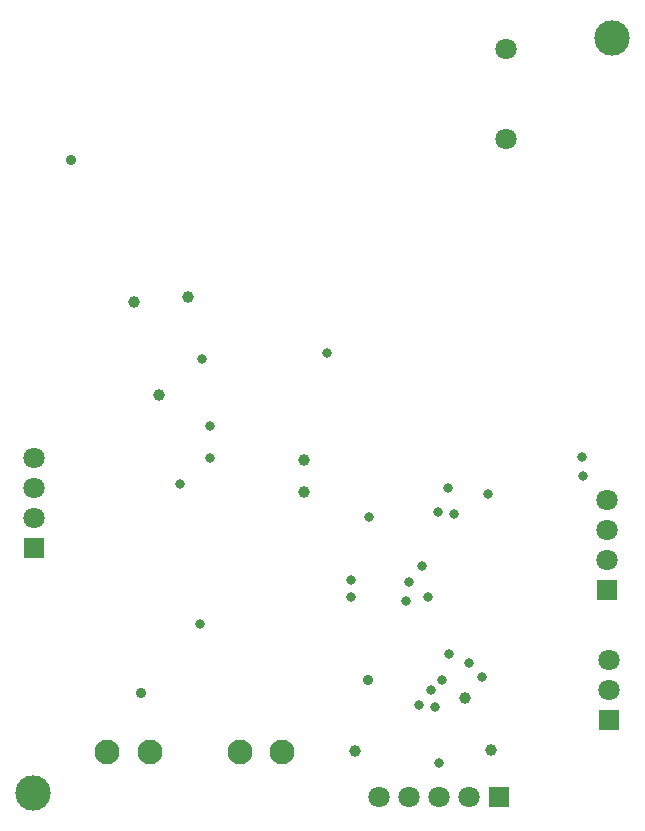
<source format=gbs>
G04 Layer_Color=16711935*
%FSLAX25Y25*%
%MOIN*%
G70*
G01*
G75*
%ADD38C,0.11811*%
%ADD62C,0.07087*%
%ADD63R,0.07087X0.07087*%
%ADD64R,0.07087X0.07087*%
%ADD65C,0.08268*%
%ADD66C,0.03950*%
%ADD67C,0.03162*%
%ADD68C,0.03556*%
D38*
X112598Y113098D02*
D03*
X305512Y365067D02*
D03*
D62*
X270083Y331378D02*
D03*
Y361299D02*
D03*
X304732Y147752D02*
D03*
Y157752D02*
D03*
X113000Y215075D02*
D03*
Y205075D02*
D03*
Y225075D02*
D03*
X303945Y201059D02*
D03*
Y191059D02*
D03*
Y211059D02*
D03*
X248039Y111925D02*
D03*
X258039D02*
D03*
X238039D02*
D03*
X228039D02*
D03*
D63*
X304732Y137752D02*
D03*
X113000Y195075D02*
D03*
X303945Y181059D02*
D03*
D64*
X268039Y111925D02*
D03*
D65*
X137402Y126878D02*
D03*
X151575D02*
D03*
X181504Y126886D02*
D03*
X195677D02*
D03*
D66*
X146161Y276976D02*
D03*
X202953Y224417D02*
D03*
Y213689D02*
D03*
X154724Y245874D02*
D03*
X219980Y127173D02*
D03*
X265256Y127469D02*
D03*
X256496Y145087D02*
D03*
X164173Y278650D02*
D03*
D67*
X168405Y169693D02*
D03*
X210630Y259949D02*
D03*
X241240Y142724D02*
D03*
X161417Y216248D02*
D03*
X171685Y224878D02*
D03*
X258071Y156602D02*
D03*
X262303Y151878D02*
D03*
X247925Y123228D02*
D03*
X246457Y141839D02*
D03*
X249016Y151091D02*
D03*
X245177Y147449D02*
D03*
X295866Y218905D02*
D03*
X295669Y225106D02*
D03*
X224410Y205274D02*
D03*
X251378Y159653D02*
D03*
X264272Y212803D02*
D03*
X244291Y178748D02*
D03*
X252756Y206110D02*
D03*
X247736Y206799D02*
D03*
X250969Y214968D02*
D03*
X218512Y178756D02*
D03*
Y184366D02*
D03*
X168898Y257980D02*
D03*
X237795Y183571D02*
D03*
X237008Y177272D02*
D03*
X242323Y189083D02*
D03*
X171653Y235539D02*
D03*
D68*
X148425Y146661D02*
D03*
X125197Y324417D02*
D03*
X224213Y150992D02*
D03*
M02*

</source>
